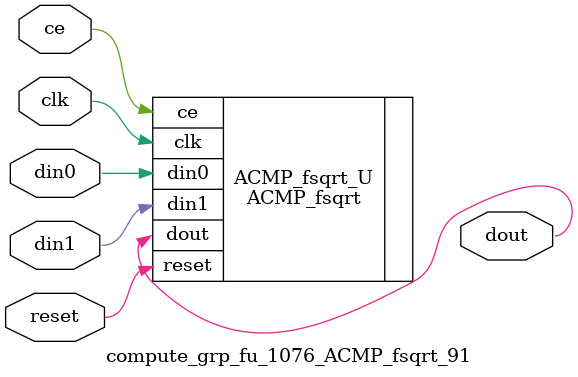
<source format=v>

`timescale 1 ns / 1 ps
module compute_grp_fu_1076_ACMP_fsqrt_91(
    clk,
    reset,
    ce,
    din0,
    din1,
    dout);

parameter ID = 32'd1;
parameter NUM_STAGE = 32'd1;
parameter din0_WIDTH = 32'd1;
parameter din1_WIDTH = 32'd1;
parameter dout_WIDTH = 32'd1;
input clk;
input reset;
input ce;
input[din0_WIDTH - 1:0] din0;
input[din1_WIDTH - 1:0] din1;
output[dout_WIDTH - 1:0] dout;



ACMP_fsqrt #(
.ID( ID ),
.NUM_STAGE( 8 ),
.din0_WIDTH( din0_WIDTH ),
.din1_WIDTH( din1_WIDTH ),
.dout_WIDTH( dout_WIDTH ))
ACMP_fsqrt_U(
    .clk( clk ),
    .reset( reset ),
    .ce( ce ),
    .din0( din0 ),
    .din1( din1 ),
    .dout( dout ));

endmodule

</source>
